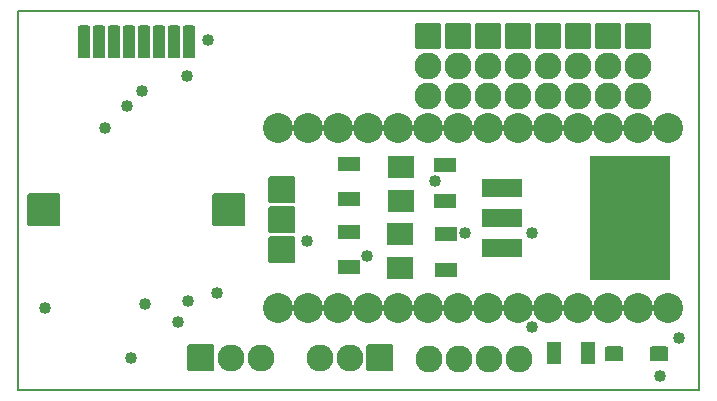
<source format=gbr>
G04 PROTEUS GERBER X2 FILE*
%TF.GenerationSoftware,Labcenter,Proteus,8.15-SP1-Build34318*%
%TF.CreationDate,2024-05-26T10:12:06+00:00*%
%TF.FileFunction,Soldermask,Top*%
%TF.FilePolarity,Negative*%
%TF.Part,Single*%
%TF.SameCoordinates,{c1c5c1e2-d9f3-4829-891e-9e67f3fcbee4}*%
%FSLAX45Y45*%
%MOMM*%
G01*
%TA.AperFunction,Material*%
%ADD72C,1.016000*%
%TA.AperFunction,Material*%
%ADD73C,2.540000*%
%AMPPAD024*
4,1,36,
-0.952500,1.079500,
0.952500,1.079500,
0.978470,1.076970,
1.002480,1.069700,
1.024080,1.058150,
1.042790,1.042790,
1.058150,1.024070,
1.069700,1.002480,
1.076970,0.978470,
1.079500,0.952500,
1.079500,-0.952500,
1.076970,-0.978470,
1.069700,-1.002480,
1.058150,-1.024070,
1.042790,-1.042790,
1.024080,-1.058150,
1.002480,-1.069700,
0.978470,-1.076970,
0.952500,-1.079500,
-0.952500,-1.079500,
-0.978470,-1.076970,
-1.002480,-1.069700,
-1.024080,-1.058150,
-1.042790,-1.042790,
-1.058150,-1.024070,
-1.069700,-1.002480,
-1.076970,-0.978470,
-1.079500,-0.952500,
-1.079500,0.952500,
-1.076970,0.978470,
-1.069700,1.002480,
-1.058150,1.024070,
-1.042790,1.042790,
-1.024080,1.058150,
-1.002480,1.069700,
-0.978470,1.076970,
-0.952500,1.079500,
0*%
%TA.AperFunction,Material*%
%ADD30PPAD024*%
%ADD31C,2.286000*%
%AMPPAD026*
4,1,36,
-0.381000,1.397000,
0.381000,1.397000,
0.406970,1.394470,
0.430980,1.387200,
0.452580,1.375650,
0.471290,1.360290,
0.486650,1.341570,
0.498200,1.319980,
0.505470,1.295970,
0.508000,1.270000,
0.508000,-1.270000,
0.505470,-1.295970,
0.498200,-1.319980,
0.486650,-1.341570,
0.471290,-1.360290,
0.452580,-1.375650,
0.430980,-1.387200,
0.406970,-1.394470,
0.381000,-1.397000,
-0.381000,-1.397000,
-0.406970,-1.394470,
-0.430980,-1.387200,
-0.452580,-1.375650,
-0.471290,-1.360290,
-0.486650,-1.341570,
-0.498200,-1.319980,
-0.505470,-1.295970,
-0.508000,-1.270000,
-0.508000,1.270000,
-0.505470,1.295970,
-0.498200,1.319980,
-0.486650,1.341570,
-0.471290,1.360290,
-0.452580,1.375650,
-0.430980,1.387200,
-0.406970,1.394470,
-0.381000,1.397000,
0*%
%TA.AperFunction,Material*%
%ADD32PPAD026*%
%AMPPAD027*
4,1,36,
-1.270000,1.397000,
1.270000,1.397000,
1.295970,1.394470,
1.319980,1.387200,
1.341580,1.375650,
1.360290,1.360290,
1.375650,1.341570,
1.387200,1.319980,
1.394470,1.295970,
1.397000,1.270000,
1.397000,-1.270000,
1.394470,-1.295970,
1.387200,-1.319980,
1.375650,-1.341570,
1.360290,-1.360290,
1.341580,-1.375650,
1.319980,-1.387200,
1.295970,-1.394470,
1.270000,-1.397000,
-1.270000,-1.397000,
-1.295970,-1.394470,
-1.319980,-1.387200,
-1.341580,-1.375650,
-1.360290,-1.360290,
-1.375650,-1.341570,
-1.387200,-1.319980,
-1.394470,-1.295970,
-1.397000,-1.270000,
-1.397000,1.270000,
-1.394470,1.295970,
-1.387200,1.319980,
-1.375650,1.341570,
-1.360290,1.360290,
-1.341580,1.375650,
-1.319980,1.387200,
-1.295970,1.394470,
-1.270000,1.397000,
0*%
%ADD33PPAD027*%
%AMPPAD028*
4,1,4,
-1.727200,-0.723900,
-1.727200,0.723900,
1.727200,0.723900,
1.727200,-0.723900,
-1.727200,-0.723900,
0*%
%TA.AperFunction,Material*%
%ADD34PPAD028*%
%AMPPAD029*
4,1,4,
-3.403600,5.245100,
3.403600,5.245100,
3.403600,-5.245100,
-3.403600,-5.245100,
-3.403600,5.245100,
0*%
%ADD35PPAD029*%
%AMPPAD030*
4,1,36,
-1.143000,-1.016000,
-1.143000,1.016000,
-1.140470,1.041970,
-1.133200,1.065980,
-1.121650,1.087580,
-1.106290,1.106290,
-1.087570,1.121650,
-1.065980,1.133200,
-1.041970,1.140470,
-1.016000,1.143000,
1.016000,1.143000,
1.041970,1.140470,
1.065980,1.133200,
1.087570,1.121650,
1.106290,1.106290,
1.121650,1.087580,
1.133200,1.065980,
1.140470,1.041970,
1.143000,1.016000,
1.143000,-1.016000,
1.140470,-1.041970,
1.133200,-1.065980,
1.121650,-1.087580,
1.106290,-1.106290,
1.087570,-1.121650,
1.065980,-1.133200,
1.041970,-1.140470,
1.016000,-1.143000,
-1.016000,-1.143000,
-1.041970,-1.140470,
-1.065980,-1.133200,
-1.087570,-1.121650,
-1.106290,-1.106290,
-1.121650,-1.087580,
-1.133200,-1.065980,
-1.140470,-1.041970,
-1.143000,-1.016000,
0*%
%TA.AperFunction,Material*%
%ADD36PPAD030*%
%AMPPAD031*
4,1,4,
-1.130300,-0.901700,
-1.130300,0.901700,
1.130300,0.901700,
1.130300,-0.901700,
-1.130300,-0.901700,
0*%
%TA.AperFunction,Material*%
%ADD37PPAD031*%
%AMPPAD032*
4,1,4,
0.901700,0.571500,
0.901700,-0.571500,
-0.901700,-0.571500,
-0.901700,0.571500,
0.901700,0.571500,
0*%
%ADD38PPAD032*%
%AMPPAD033*
4,1,4,
-0.571500,0.901700,
0.571500,0.901700,
0.571500,-0.901700,
-0.571500,-0.901700,
-0.571500,0.901700,
0*%
%ADD39PPAD033*%
%AMPPAD034*
4,1,36,
0.762000,0.508000,
0.762000,-0.508000,
0.759470,-0.533970,
0.752200,-0.557980,
0.740650,-0.579580,
0.725290,-0.598290,
0.706570,-0.613650,
0.684980,-0.625200,
0.660970,-0.632470,
0.635000,-0.635000,
-0.635000,-0.635000,
-0.660970,-0.632470,
-0.684980,-0.625200,
-0.706570,-0.613650,
-0.725290,-0.598290,
-0.740650,-0.579580,
-0.752200,-0.557980,
-0.759470,-0.533970,
-0.762000,-0.508000,
-0.762000,0.508000,
-0.759470,0.533970,
-0.752200,0.557980,
-0.740650,0.579580,
-0.725290,0.598290,
-0.706570,0.613650,
-0.684980,0.625200,
-0.660970,0.632470,
-0.635000,0.635000,
0.635000,0.635000,
0.660970,0.632470,
0.684980,0.625200,
0.706570,0.613650,
0.725290,0.598290,
0.740650,0.579580,
0.752200,0.557980,
0.759470,0.533970,
0.762000,0.508000,
0*%
%ADD40PPAD034*%
%AMPPAD035*
4,1,36,
1.143000,-1.016000,
1.143000,1.016000,
1.140470,1.041970,
1.133200,1.065980,
1.121650,1.087580,
1.106290,1.106290,
1.087570,1.121650,
1.065980,1.133200,
1.041970,1.140470,
1.016000,1.143000,
-1.016000,1.143000,
-1.041970,1.140470,
-1.065980,1.133200,
-1.087570,1.121650,
-1.106290,1.106290,
-1.121650,1.087580,
-1.133200,1.065980,
-1.140470,1.041970,
-1.143000,1.016000,
-1.143000,-1.016000,
-1.140470,-1.041970,
-1.133200,-1.065980,
-1.121650,-1.087580,
-1.106290,-1.106290,
-1.087570,-1.121650,
-1.065980,-1.133200,
-1.041970,-1.140470,
-1.016000,-1.143000,
1.016000,-1.143000,
1.041970,-1.140470,
1.065980,-1.133200,
1.087570,-1.121650,
1.106290,-1.106290,
1.121650,-1.087580,
1.133200,-1.065980,
1.140470,-1.041970,
1.143000,-1.016000,
0*%
%TA.AperFunction,Material*%
%ADD41PPAD035*%
%TA.AperFunction,Profile*%
%ADD23C,0.203200*%
%TD.AperFunction*%
D72*
X-3175000Y-508000D03*
X-1905000Y-190500D03*
X-3429000Y+1333500D03*
X-1079500Y+0D03*
X-508000Y+0D03*
X+571500Y-1206500D03*
X-2413000Y-63500D03*
X-4635500Y-635000D03*
X-1333500Y+444500D03*
X-4127500Y+889000D03*
X-3937000Y+1079500D03*
X-3810000Y+1206500D03*
X-3255707Y+1638422D03*
X+736663Y-884553D03*
X-505460Y-792988D03*
X-3786378Y-600202D03*
X-3510309Y-755231D03*
X-3424682Y-577643D03*
X-3901902Y-1056083D03*
D73*
X+387350Y+886460D03*
X+133350Y+886460D03*
X-120650Y+886460D03*
X-374650Y+886460D03*
X-628650Y+886460D03*
X-882650Y+886460D03*
X-1136650Y+886460D03*
X-1390650Y+886460D03*
X-1644650Y+886460D03*
X-1898650Y+886460D03*
X-2152650Y+886460D03*
X-2406650Y+886460D03*
X-2660650Y+886460D03*
X-2660650Y-637540D03*
X-2406650Y-637540D03*
X-2152650Y-637540D03*
X-1898650Y-637540D03*
X-1644650Y-637540D03*
X-1390650Y-637540D03*
X-1136650Y-637540D03*
X-882650Y-637540D03*
X-628650Y-637540D03*
X-374650Y-637540D03*
X-120650Y-637540D03*
X+133350Y-637540D03*
X+387350Y-637540D03*
X+641350Y-637540D03*
X+641350Y+886460D03*
D30*
X-1391920Y+1667510D03*
X-1137920Y+1667510D03*
X-883920Y+1667510D03*
X-629920Y+1667510D03*
X-375920Y+1667510D03*
X-121920Y+1667510D03*
X+132080Y+1667510D03*
X+386080Y+1667510D03*
D31*
X-1391920Y+1413510D03*
X-1137920Y+1413510D03*
X-883920Y+1413510D03*
X-629920Y+1413510D03*
X-375920Y+1413510D03*
X-121920Y+1413510D03*
X+132080Y+1413510D03*
X+386080Y+1413510D03*
X-1391920Y+1159510D03*
X-1137920Y+1159510D03*
X-883920Y+1159510D03*
X-629920Y+1159510D03*
X-375920Y+1159510D03*
X-121920Y+1159510D03*
X+132080Y+1159510D03*
X+386080Y+1159510D03*
D32*
X-3416257Y+1614187D03*
X-3543257Y+1614187D03*
X-3670257Y+1614187D03*
X-3797257Y+1614187D03*
X-3924257Y+1614187D03*
X-4051257Y+1614187D03*
X-4178257Y+1614187D03*
X-4305257Y+1614187D03*
D33*
X-4642257Y+197187D03*
X-3072257Y+197187D03*
D34*
X-766150Y+378460D03*
X-766150Y+124460D03*
X-766150Y-129540D03*
D35*
X+323850Y+124460D03*
D36*
X-2622550Y-139700D03*
X-2622550Y+114300D03*
X-2622550Y+368300D03*
D37*
X-1626870Y-297180D03*
X-1626870Y-7180D03*
X-1621790Y+561340D03*
X-1621790Y+271340D03*
D38*
X-1245870Y+574040D03*
X-1245870Y+274040D03*
X-1240790Y-309880D03*
X-1240790Y-9880D03*
D31*
X-1384300Y-1062990D03*
X-1130300Y-1062990D03*
X-876300Y-1062990D03*
X-622300Y-1062990D03*
X-2301240Y-1054100D03*
X-2047240Y-1054100D03*
D36*
X-1793240Y-1054100D03*
D38*
X-2058670Y+10160D03*
X-2058670Y-289840D03*
X-2058670Y+284480D03*
X-2058670Y+584480D03*
D39*
X-323088Y-1016508D03*
X-33088Y-1016508D03*
D40*
X+187452Y-1026668D03*
X+563372Y-1026668D03*
D31*
X-2802289Y-1054187D03*
X-3056289Y-1054187D03*
D41*
X-3310289Y-1054187D03*
D23*
X-4859022Y-1330960D02*
X+902970Y-1330960D01*
X+902970Y+1882140D01*
X-4859022Y+1882140D01*
X-4859022Y-1330960D01*
M02*

</source>
